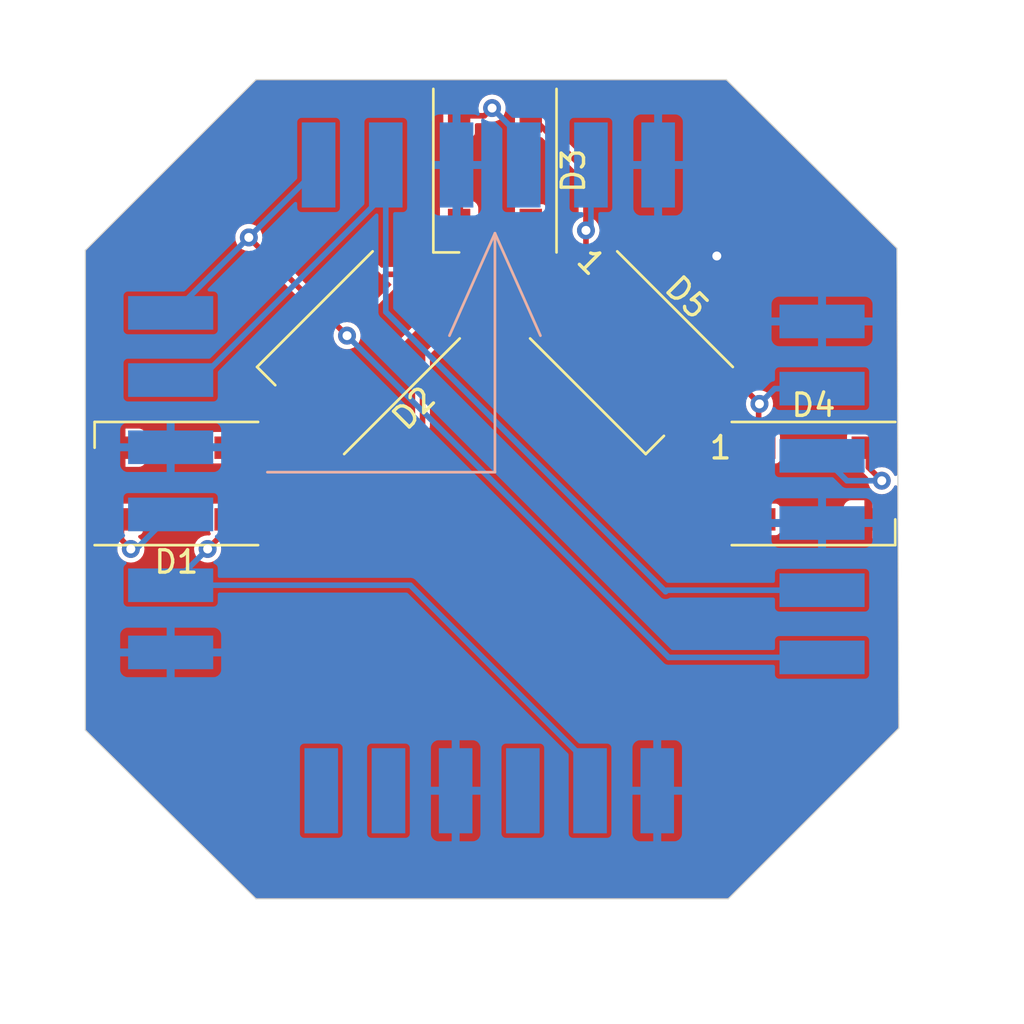
<source format=kicad_pcb>
(kicad_pcb (version 20211014) (generator pcbnew)
  (layers (0 "F.Cu" signal) (31 "B.Cu" signal) (34 "B.Paste" user) (35 "F.Paste" user) (36 "B.SilkS" user "B.Silkscreen") (37 "F.SilkS" user "F.Silkscreen") (38 "B.Mask" user) (39 "F.Mask" user) (44 "Edge.Cuts" user))
  (net 0 "")
  (net 1 "+5V")
  (net 2 "GND")
  (net 3 "Net-(CN1-Pad2)")
  (net 4 "Net-(CN2-Pad3)")
  (net 5 "Net-(D1-Pad2)")
  (net 6 "Net-(D2-Pad2)")
  (net 7 "Net-(CN1-Pad1)")
  (net 8 "Net-(CN1-Pad4)")
  (net 9 "Net-(CN3-Pad3)")
  (net 11 "Net-(D4-Pad2)")
  (footprint "LED_SMD:LED_WS2812B_PLCC4_5.0x5.0mm_P3.2mm" (layer "F.Cu") (at 154.94 107.95)
    (fp_text reference "D4" (at 0 -3.5) (layer "F.SilkS"))
    (fp_text value "WS2812B")
    (fp_text user "1" (at -4.15 -1.6) (layer "F.SilkS"))
    (fp_line (start -3.65 2.75) (end 3.65 2.75) (layer "F.SilkS") (width 0.12))
    (fp_line (start 3.65 2.75) (end 3.65 1.6) (layer "F.SilkS") (width 0.12))
    (fp_line (start -3.65 -2.75) (end 3.65 -2.75) (layer "F.SilkS") (width 0.12))
    (pad "1" smd rect (at -2.45 -1.6) (size 1.5 1) (layers "F.Cu" "F.Paste" "F.Mask") (net 1 "+5V"))
    (pad "2" smd rect (at -2.45 1.6) (size 1.5 1) (layers "F.Cu" "F.Paste" "F.Mask") (net 11 "Net-(D4-Pad2)"))
    (pad "3" smd rect (at 2.45 1.6) (size 1.5 1) (layers "F.Cu" "F.Paste" "F.Mask") (net 2 "GND"))
    (pad "4" smd rect (at 2.45 -1.6) (size 1.5 1) (layers "F.Cu" "F.Paste" "F.Mask") (net 9 "Net-(CN3-Pad3)"))
  )
  (footprint "LED_SMD:LED_WS2812B_PLCC4_5.0x5.0mm_P3.2mm" (layer "F.Cu") (at 126.492 107.95 180)
    (fp_text reference "D1" (at 0 -3.5) (layer "F.SilkS"))
    (fp_text value "WS2812B")
    (fp_line (start -3.65 2.75) (end 3.65 2.75) (layer "F.SilkS") (width 0.12))
    (fp_line (start 3.65 2.75) (end 3.65 1.6) (layer "F.SilkS") (width 0.12))
    (fp_line (start -3.65 -2.75) (end 3.65 -2.75) (layer "F.SilkS") (width 0.12))
    (pad "1" smd rect (at -2.45 -1.6 180) (size 1.5 1) (layers "F.Cu" "F.Paste" "F.Mask") (net 1 "+5V"))
    (pad "2" smd rect (at -2.45 1.6 180) (size 1.5 1) (layers "F.Cu" "F.Paste" "F.Mask") (net 5 "Net-(D1-Pad2)"))
    (pad "3" smd rect (at 2.45 1.6 180) (size 1.5 1) (layers "F.Cu" "F.Paste" "F.Mask") (net 2 "GND"))
    (pad "4" smd rect (at 2.45 -1.6 180) (size 1.5 1) (layers "F.Cu" "F.Paste" "F.Mask") (net 4 "Net-(CN2-Pad3)"))
  )
  (footprint "LED_SMD:LED_WS2812B_PLCC4_5.0x5.0mm_P3.2mm" (layer "F.Cu") (at 146.812 102.108 -45)
    (fp_text reference "D5" (at 0 -3.5 135) (layer "F.SilkS"))
    (fp_text value "WS2812B")
    (fp_text user "1" (at -4.15 -1.6 135) (layer "F.SilkS"))
    (fp_line (start -3.65 -2.75) (end 3.65 -2.75) (layer "F.SilkS") (width 0.12))
    (fp_line (start -3.65 2.75) (end 3.65 2.75) (layer "F.SilkS") (width 0.12))
    (fp_line (start 3.65 2.75) (end 3.65 1.6) (layer "F.SilkS") (width 0.12))
    (pad "1" smd rect (at -2.45 -1.6 315) (size 1.5 1) (layers "F.Cu" "F.Paste" "F.Mask") (net 1 "+5V"))
    (pad "2" smd rect (at -2.45 1.6 315) (size 1.5 1) (layers "F.Cu" "F.Paste" "F.Mask"))
    (pad "3" smd rect (at 2.45 1.6 315) (size 1.5 1) (layers "F.Cu" "F.Paste" "F.Mask") (net 2 "GND"))
    (pad "4" smd rect (at 2.45 -1.6 315) (size 1.5 1) (layers "F.Cu" "F.Paste" "F.Mask") (net 11 "Net-(D4-Pad2)"))
  )
  (footprint "LED_SMD:LED_WS2812B_PLCC4_5.0x5.0mm_P3.2mm" (layer "F.Cu") (at 134.62 102.108 -135)
    (fp_text reference "D2" (at 0 -3.5 45) (layer "F.SilkS"))
    (fp_text value "WS2812B")
    (fp_line (start -3.65 -2.75) (end 3.65 -2.75) (layer "F.SilkS") (width 0.12))
    (fp_line (start 3.65 2.75) (end 3.65 1.6) (layer "F.SilkS") (width 0.12))
    (fp_line (start -3.65 2.75) (end 3.65 2.75) (layer "F.SilkS") (width 0.12))
    (pad "1" smd rect (at -2.45 -1.6 225) (size 1.5 1) (layers "F.Cu" "F.Paste" "F.Mask") (net 1 "+5V"))
    (pad "2" smd rect (at -2.45 1.6 225) (size 1.5 1) (layers "F.Cu" "F.Paste" "F.Mask") (net 6 "Net-(D2-Pad2)"))
    (pad "3" smd rect (at 2.45 1.6 225) (size 1.5 1) (layers "F.Cu" "F.Paste" "F.Mask") (net 2 "GND"))
    (pad "4" smd rect (at 2.45 -1.6 225) (size 1.5 1) (layers "F.Cu" "F.Paste" "F.Mask") (net 5 "Net-(D1-Pad2)"))
  )
  (footprint "LED_SMD:LED_WS2812B_PLCC4_5.0x5.0mm_P3.2mm" (layer "F.Cu") (at 140.716 93.98 -90)
    (fp_text reference "D3" (at 0 -3.5 90) (layer "F.SilkS"))
    (fp_text value "WS2812B")
    (fp_line (start 3.65 2.75) (end 3.65 1.6) (layer "F.SilkS") (width 0.12))
    (fp_line (start -3.65 -2.75) (end 3.65 -2.75) (layer "F.SilkS") (width 0.12))
    (fp_line (start -3.65 2.75) (end 3.65 2.75) (layer "F.SilkS") (width 0.12))
    (pad "1" smd rect (at -2.45 -1.6 270) (size 1.5 1) (layers "F.Cu" "F.Paste" "F.Mask") (net 1 "+5V"))
    (pad "2" smd rect (at -2.45 1.6 270) (size 1.5 1) (layers "F.Cu" "F.Paste" "F.Mask") (net 8 "Net-(CN1-Pad4)"))
    (pad "3" smd rect (at 2.45 1.6 270) (size 1.5 1) (layers "F.Cu" "F.Paste" "F.Mask") (net 2 "GND"))
    (pad "4" smd rect (at 2.45 -1.6 270) (size 1.5 1) (layers "F.Cu" "F.Paste" "F.Mask") (net 6 "Net-(D2-Pad2)"))
  )
  (footprint "Adafruit NeoPixel 8 Stick:1X4-SMT" (layer "B.Cu") (at 126.238 108.41 90)
    (fp_text reference "CN2" hide)
    (fp_text value "1X4SMT" hide)
    (pad "1" smd rect (at -7.08 0 90) (size 1.5 3.8) (layers "B.Cu" "B.Paste" "B.Mask") (net 2 "GND"))
    (pad "2" smd rect (at -4.08 0 90) (size 1.5 3.8) (layers "B.Cu" "B.Paste" "B.Mask") (net 1 "+5V"))
    (pad "3" smd rect (at -0.92 0 90) (size 1.5 3.8) (layers "B.Cu" "B.Paste" "B.Mask") (net 4 "Net-(CN2-Pad3)"))
    (pad "4" smd rect (at 2.08 0 90) (size 1.5 3.8) (layers "B.Cu" "B.Paste" "B.Mask") (net 2 "GND"))
    (pad "5" smd rect (at 5.08 0 90) (size 1.5 3.8) (layers "B.Cu" "B.Paste" "B.Mask") (net 3 "Net-(CN1-Pad2)"))
    (pad "6" smd rect (at 8.08 0 90) (size 1.5 3.8) (layers "B.Cu" "B.Paste" "B.Mask") (net 7 "Net-(CN1-Pad1)"))
  )
  (footprint "Adafruit NeoPixel 8 Stick:1X4-SMT" (layer "B.Cu") (at 140.962 122.301)
    (fp_text reference "CN4" hide)
    (fp_text value "1X4SMT")
    (pad "1" smd rect (at -8 -0.635) (size 1.5 3.8) (layers "B.Cu" "B.Paste" "B.Mask"))
    (pad "2" smd rect (at -5 -0.635) (size 1.5 3.8) (layers "B.Cu" "B.Paste" "B.Mask"))
    (pad "3" smd rect (at -2 -0.635) (size 1.5 3.8) (layers "B.Cu" "B.Paste" "B.Mask") (net 2 "GND"))
    (pad "4" smd rect (at 1 -0.635) (size 1.5 3.8) (layers "B.Cu" "B.Paste" "B.Mask"))
    (pad "5" smd rect (at 4 -0.635) (size 1.5 3.8) (layers "B.Cu" "B.Paste" "B.Mask") (net 1 "+5V"))
    (pad "6" smd rect (at 7 -0.635) (size 1.5 3.8) (layers "B.Cu" "B.Paste" "B.Mask") (net 2 "GND"))
  )
  (footprint "Adafruit NeoPixel 8 Stick:1X4-SMT" (layer "B.Cu") (at 154.686 108.712 -90)
    (fp_text reference "CN3" hide)
    (fp_text value "1X4SMT")
    (pad "1" smd rect (at -8 -0.635 270) (size 1.5 3.8) (layers "B.Cu" "B.Paste" "B.Mask") (net 2 "GND"))
    (pad "2" smd rect (at -5 -0.635 270) (size 1.5 3.8) (layers "B.Cu" "B.Paste" "B.Mask") (net 1 "+5V"))
    (pad "3" smd rect (at -2 -0.635 270) (size 1.5 3.8) (layers "B.Cu" "B.Paste" "B.Mask") (net 9 "Net-(CN3-Pad3)"))
    (pad "4" smd rect (at 1 -0.635 270) (size 1.5 3.8) (layers "B.Cu" "B.Paste" "B.Mask") (net 2 "GND"))
    (pad "5" smd rect (at 4 -0.635 270) (size 1.5 3.8) (layers "B.Cu" "B.Paste" "B.Mask") (net 3 "Net-(CN1-Pad2)"))
    (pad "6" smd rect (at 7 -0.635 270) (size 1.5 3.8) (layers "B.Cu" "B.Paste" "B.Mask") (net 7 "Net-(CN1-Pad1)"))
  )
  (footprint "Adafruit NeoPixel 8 Stick:1X4-SMT" (layer "B.Cu") (at 139.922 93.726)
    (fp_text reference "CN1" hide)
    (fp_text value "1X4SMT" hide)
    (pad "1" smd rect (at -7.08 0) (size 1.5 3.8) (layers "B.Cu" "B.Paste" "B.Mask") (net 7 "Net-(CN1-Pad1)"))
    (pad "2" smd rect (at -4.08 0) (size 1.5 3.8) (layers "B.Cu" "B.Paste" "B.Mask") (net 3 "Net-(CN1-Pad2)"))
    (pad "3" smd rect (at -0.92 0) (size 1.5 3.8) (layers "B.Cu" "B.Paste" "B.Mask") (net 2 "GND"))
    (pad "4" smd rect (at 2.08 0) (size 1.5 3.8) (layers "B.Cu" "B.Paste" "B.Mask") (net 8 "Net-(CN1-Pad4)"))
    (pad "5" smd rect (at 5.08 0) (size 1.5 3.8) (layers "B.Cu" "B.Paste" "B.Mask") (net 1 "+5V"))
    (pad "6" smd rect (at 8.08 0) (size 1.5 3.8) (layers "B.Cu" "B.Paste" "B.Mask") (net 2 "GND"))
  )
  (gr_line (start 140.716 96.774001) (end 138.684 101.346) (layer "B.SilkS") (width 0.12))
  (gr_line (start 140.716 96.774001) (end 142.748 101.346) (layer "B.SilkS") (width 0.12))
  (gr_line (start 130.556 107.442) (end 140.716 107.442) (layer "B.SilkS") (width 0.12))
  (gr_line (start 140.716 96.774001) (end 140.716 107.442) (layer "B.SilkS") (width 0.12))
  (gr_line (start 130.048 89.915998) (end 151.048 89.915999) (layer "Edge.Cuts") (width 0.05))
  (gr_line (start 122.428 97.536) (end 122.428 118.957998) (layer "Edge.Cuts") (width 0.05))
  (gr_line (start 151.048 89.915999) (end 158.668 97.45) (layer "Edge.Cuts") (width 0.05))
  (gr_line (start 158.668 97.45) (end 158.75 118.872) (layer "Edge.Cuts") (width 0.05))
  (gr_line (start 151.13 126.492002) (end 130.048 126.491999) (layer "Edge.Cuts") (width 0.05))
  (gr_line (start 130.048 126.491999) (end 122.428 118.957998) (layer "Edge.Cuts") (width 0.05))
  (gr_line (start 122.428 97.536) (end 130.048 89.915998) (layer "Edge.Cuts") (width 0.05))
  (gr_line (start 158.75 118.872) (end 151.13 126.492002) (layer "Edge.Cuts") (width 0.05))
  (segment (start 144.78 99.06) (end 144.78 93.994) (width 0.25) (layer "F.Cu") (net 1))
  (segment (start 137.483782 101.506959) (end 139.930741 99.06) (width 0.25) (layer "F.Cu") (net 1))
  (segment (start 152.49 104.352007) (end 152.49 106.35) (width 0.25) (layer "F.Cu") (net 1))
  (segment (start 128.942 109.818) (end 127.889 110.871) (width 0.25) (layer "F.Cu") (net 1))
  (segment (start 139.930741 99.06) (end 144.78 99.06) (width 0.25) (layer "F.Cu") (net 1))
  (segment (start 144.773 93.987) (end 142.316 91.53) (width 0.25) (layer "F.Cu") (net 1))
  (segment (start 144.78 93.994) (end 144.773 93.987) (width 0.25) (layer "F.Cu") (net 1))
  (segment (start 146.210959 99.244218) (end 147.382211 99.244218) (width 0.25) (layer "F.Cu") (net 1))
  (segment (start 133.274 109.55) (end 137.483782 105.340218) (width 0.25) (layer "F.Cu") (net 1))
  (segment (start 128.942 109.55) (end 133.274 109.55) (width 0.25) (layer "F.Cu") (net 1))
  (segment (start 137.483782 105.340218) (end 137.483782 101.506959) (width 0.25) (layer "F.Cu") (net 1))
  (segment (start 146.210959 99.244218) (end 144.964218 99.244218) (width 0.25) (layer "F.Cu") (net 1))
  (segment (start 144.964218 99.244218) (end 144.78 99.06) (width 0.25) (layer "F.Cu") (net 1))
  (segment (start 147.382211 99.244218) (end 152.49 104.352007) (width 0.25) (layer "F.Cu") (net 1))
  (via (at 127.889 110.871) (size 0.8) (drill 0.4) (layers "F.Cu" "B.Cu") (net 1))
  (via (at 144.78 96.647) (size 0.8) (drill 0.4) (layers "F.Cu" "B.Cu") (net 1))
  (via (at 152.527 104.394) (size 0.8) (drill 0.4) (layers "F.Cu" "B.Cu") (net 1))
  (segment (start 145.002 96.425) (end 144.78 96.647) (width 0.25) (layer "B.Cu") (net 1))
  (segment (start 153.209 103.712) (end 152.527 104.394) (width 0.25) (layer "B.Cu") (net 1))
  (segment (start 155.321 103.712) (end 153.209 103.712) (width 0.25) (layer "B.Cu") (net 1))
  (segment (start 145.002 93.726) (end 145.002 96.425) (width 0.25) (layer "B.Cu") (net 1))
  (segment (start 144.962 120.516) (end 136.936 112.49) (width 0.25) (layer "B.Cu") (net 1))
  (segment (start 136.936 112.49) (end 126.238 112.49) (width 0.25) (layer "B.Cu") (net 1))
  (segment (start 144.962 121.666) (end 144.962 120.516) (width 0.25) (layer "B.Cu") (net 1))
  (segment (start 126.27 112.49) (end 127.889 110.871) (width 0.25) (layer "B.Cu") (net 1))
  (via (at 150.622 97.79) (size 0.8) (drill 0.4) (layers "F.Cu" "B.Cu") (net 2))
  (segment (start 135.842 93.726) (end 135.842 100.282) (width 0.25) (layer "B.Cu") (net 3))
  (segment (start 135.842 100.282) (end 148.336 112.776) (width 0.25) (layer "B.Cu") (net 3))
  (segment (start 127.388 103.442) (end 135.962 94.868) (width 0.25) (layer "B.Cu") (net 3))
  (segment (start 148.336 112.776) (end 148.4 112.712) (width 0.25) (layer "B.Cu") (net 3))
  (segment (start 148.4 112.712) (end 155.321 112.712) (width 0.25) (layer "B.Cu") (net 3))
  (segment (start 124.042 110.453) (end 124.46 110.871) (width 0.25) (layer "F.Cu") (net 4))
  (segment (start 124.042 109.55) (end 124.042 110.453) (width 0.25) (layer "F.Cu") (net 4))
  (via (at 124.46 110.871) (size 0.8) (drill 0.4) (layers "F.Cu" "B.Cu") (net 4))
  (segment (start 124.46 110.871) (end 124.697 110.871) (width 0.25) (layer "B.Cu") (net 4))
  (segment (start 124.697 110.871) (end 126.238 109.33) (width 0.25) (layer "B.Cu") (net 4))
  (segment (start 128.942 106.35) (end 132.640741 106.35) (width 0.25) (layer "F.Cu") (net 5))
  (segment (start 132.640741 106.35) (end 134.018959 104.971782) (width 0.25) (layer "F.Cu") (net 5))
  (segment (start 138.8832 98.6068) (end 141.06 96.43) (width 0.25) (layer "F.Cu") (net 6))
  (segment (start 135.858459 98.6068) (end 138.8832 98.6068) (width 0.25) (layer "F.Cu") (net 6))
  (segment (start 141.06 96.43) (end 142.316 96.43) (width 0.25) (layer "F.Cu") (net 6))
  (segment (start 135.221041 99.244218) (end 135.858459 98.6068) (width 0.25) (layer "F.Cu") (net 6))
  (segment (start 129.726999 96.960999) (end 134.112 101.346) (width 0.25) (layer "F.Cu") (net 7))
  (via (at 134.112 101.346) (size 0.8) (drill 0.4) (layers "F.Cu" "B.Cu") (net 7))
  (via (at 129.726999 96.960999) (size 0.8) (drill 0.4) (layers "F.Cu" "B.Cu") (net 7))
  (segment (start 126.245998 100.442) (end 129.726999 96.960999) (width 0.25) (layer "B.Cu") (net 7))
  (segment (start 129.726999 96.960999) (end 132.962 93.725998) (width 0.25) (layer "B.Cu") (net 7))
  (segment (start 134.112 101.346) (end 148.478 115.712) (width 0.25) (layer "B.Cu") (net 7))
  (segment (start 148.478 115.712) (end 155.321 115.712) (width 0.25) (layer "B.Cu") (net 7))
  (segment (start 140.245 91.53) (end 140.589 91.186) (width 0.25) (layer "F.Cu") (net 8))
  (segment (start 139.116 91.53) (end 140.245 91.53) (width 0.25) (layer "F.Cu") (net 8))
  (via (at 140.589 91.186) (size 0.8) (drill 0.4) (layers "F.Cu" "B.Cu") (net 8))
  (segment (start 140.589 91.186) (end 142.002 92.599) (width 0.25) (layer "B.Cu") (net 8))
  (segment (start 157.39 107.225) (end 157.988 107.823) (width 0.25) (layer "F.Cu") (net 9))
  (segment (start 157.39 106.35) (end 157.39 107.225) (width 0.25) (layer "F.Cu") (net 9))
  (via (at 157.988 107.823) (size 0.8) (drill 0.4) (layers "F.Cu" "B.Cu") (net 9))
  (segment (start 156.432 107.823) (end 157.988 107.823) (width 0.25) (layer "B.Cu") (net 9))
  (segment (start 155.321 106.712) (end 156.432 107.823) (width 0.25) (layer "B.Cu") (net 9))
  (segment (start 149.675782 102.709041) (end 149.675782 106.735782) (width 0.25) (layer "F.Cu") (net 11))
  (segment (start 149.675782 106.735782) (end 152.49 109.55) (width 0.25) (layer "F.Cu") (net 11))
  (zone (net 2) (net_name "GND") (layers F&B.Cu) (priority 6) (connect_pads (clearance 0.000001)) (min_thickness 0.1524) (fill yes (thermal_gap 0.3548) (thermal_bridge_width 0.3548))
    (polygon (pts (xy 164.338 86.36) (xy 163.696363 132.090649) (xy 118.738363 131.328649) (xy 118.618 86.614)))
  )
)
</source>
